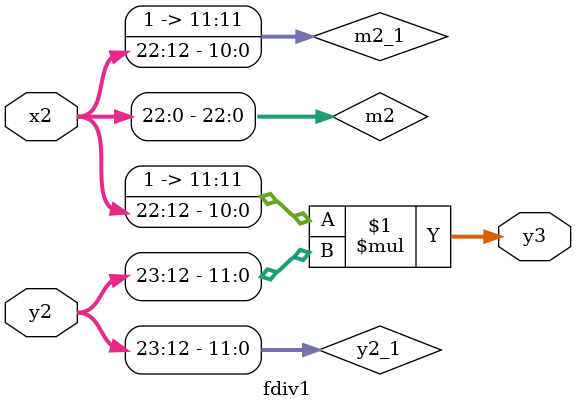
<source format=sv>
`default_nettype none

module fdiv1(
  input wire [31:0] x2,
  input wire [23:0] y2,
  output wire [23:0] y3 );

  wire [22:0] m2;
  assign m2 = x2[22:0];

  wire [11:0] m2_1, y2_1;
  assign m2_1 = {1'b1, m2[22:12]};
  assign y2_1 = y2[23:12];

  assign y3 = m2_1 * y2_1;
endmodule

`default_nettype wire

</source>
